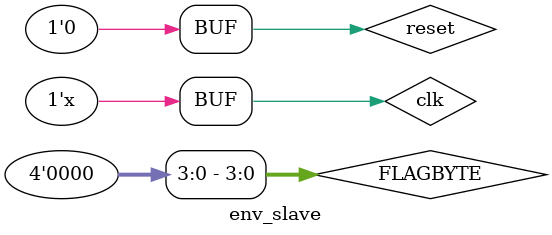
<source format=v>
`timescale 1 ns / 1 ps
module env_slave;
    wire port;  
    wire [7:0] MASTER_FLAGBYTE;
	wire M_IDATA;
	
    reg reset = 0; // Master will RESET when reset signal rise
    reg clk = 1;
    
    reg [7:0]  FLAGBYTE = 8'b1100_0000; // 7-EN, 6-CYCL, 5-COM, 4-INIT, 3-PRES, 2-RCVD, 1-TRNS, 0-LAST
	reg [31:0] COUNTER  = 0;
    reg [7:0]  CMD_BYTE = 0;
	reg [15:0] RC_DWORD = 0;
	reg [3:0]  OUT_CNT  = 0;
	reg [2:0]  IN_CNT   = 0;
	reg odata = 0;
	reg idata = 0;
	
    master lord(port, clk, reset, MASTER_FLAGBYTE, M_IDATA);
    
    assign port = FLAGBYTE[7] ? 1'bz : odata;
    
    always #5 clk = ~clk;
    
    always@(posedge clk) begin
        COUNTER <= COUNTER + 1;
        if (FLAGBYTE[7]) begin
            if (FLAGBYTE[6]) begin
                if (port) begin
                    if (COUNTER > 1000) begin
                        FLAGBYTE[5] <= 0;
                    end 
                end
                else begin
                    COUNTER <= 0;
                    FLAGBYTE[6] <= 0;
                end
            end
            else begin
                if (port) begin
                    if (COUNTER > 40000) begin
                        COUNTER <= 0;
                        CMD_BYTE <= 0;
                        OUT_CNT <= 0;
                        IN_CNT <= 0;
                        FLAGBYTE[6] <= 1;
                        FLAGBYTE[4] <= 1;
                    end
                    else begin
                        if (FLAGBYTE[5]) begin
                            if (COUNTER < 6000) begin
                                if (COUNTER == 4000) idata <= port;
                                if (COUNTER == 4050) begin
                                    CMD_BYTE[IN_CNT] <= idata;
                                    IN_CNT = IN_CNT + 1;
                                end
                            end
                            else begin
                                if (IN_CNT == 0) begin
                                    if (CMD_BYTE == 8'h44) begin
                                        FLAGBYTE[5] <= 1;
                                        RC_DWORD <= 16'hABCD;    
                                    end
                                    if (CMD_BYTE == 8'hBE) begin 
                                        FLAGBYTE[5] <= 0; 
                                    end
                                end
                                FLAGBYTE[6] <= 1;
                                COUNTER <= 0;
                            end
                        end
                        else begin
                            FLAGBYTE[7] <= 0;
                            COUNTER <= 0;
                        end
                    end
                end
                else begin
                    if (FLAGBYTE[4]) FLAGBYTE[7] <= 0;
                    if (FLAGBYTE[5]) begin
                         if (COUNTER < 6000) begin
                            if (COUNTER == 4000) idata <= port;
                            if (COUNTER == 4050) begin
                                CMD_BYTE[IN_CNT] <= idata;
                                IN_CNT = IN_CNT + 1;
                            end
                        end
                        else begin
                           if (IN_CNT == 0) begin
                                if (CMD_BYTE == 8'h44) begin
                                    FLAGBYTE[5] <= 1;
                                    RC_DWORD <= 16'hABCD;    
                                end
                                if (CMD_BYTE == 8'hBE) begin 
                                    FLAGBYTE[5] <= 0;
                                end
                            end
                            FLAGBYTE[6] <= 1;
                            COUNTER <= 0;
                        end
                    end
                end
            end
        end
        else begin
            if (FLAGBYTE[4] == 1) begin
                if (COUNTER < 6000) begin
                    odata <= 0;
                end
                else begin
                    FLAGBYTE[4] <= 0;
                    FLAGBYTE[5] <= 1;
                    FLAGBYTE[6] <= 1;
                    FLAGBYTE[7] <= 1;
                    COUNTER <= 0;
                end
            end
            else begin
                if (~FLAGBYTE[5]) begin
                    if (COUNTER < 4500) begin
                        odata <= RC_DWORD[OUT_CNT];
                    end
                    else begin
                        FLAGBYTE[7] <= 1;
                        FLAGBYTE[6] <= 1;
                        COUNTER <= 0;
                        OUT_CNT <= OUT_CNT + 1;
                    end
                end
            end
        end
    end  
    initial begin
        COUNTER <= 0;
        reset = 1;
        #5 reset = 0;  
        #4_000_000 reset = 1;
        #5 reset = 0;
    end

endmodule

</source>
